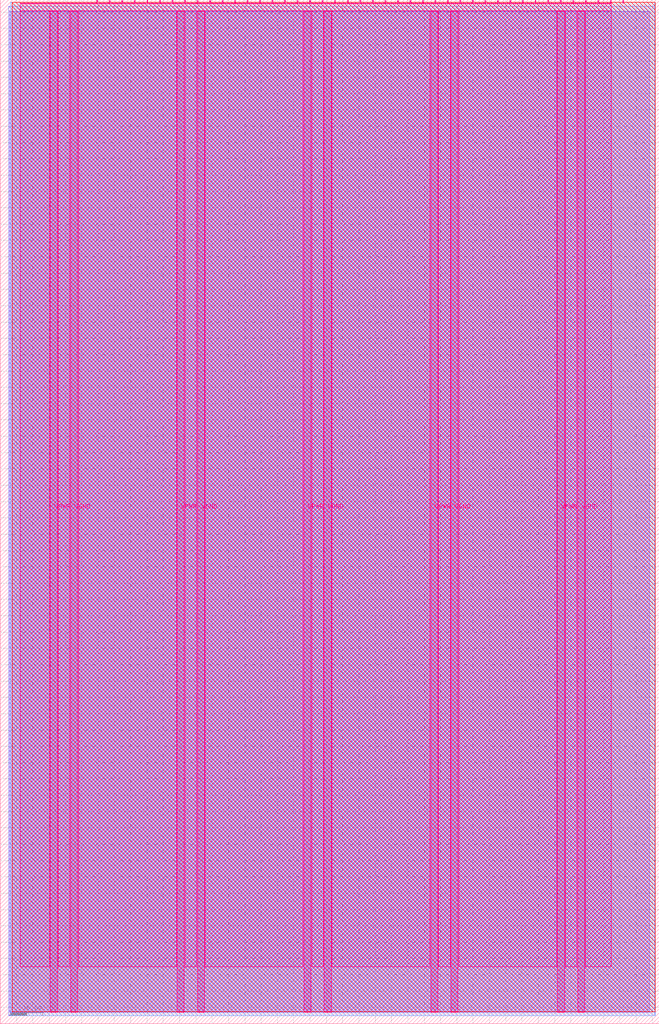
<source format=lef>
VERSION 5.7 ;
  NOWIREEXTENSIONATPIN ON ;
  DIVIDERCHAR "/" ;
  BUSBITCHARS "[]" ;
MACRO tt_um_gfcwfzkm_scope_bfh_mht1_3
  CLASS BLOCK ;
  FOREIGN tt_um_gfcwfzkm_scope_bfh_mht1_3 ;
  ORIGIN 0.000 0.000 ;
  SIZE 202.080 BY 313.740 ;
  PIN VGND
    DIRECTION INOUT ;
    USE GROUND ;
    PORT
      LAYER Metal5 ;
        RECT 21.580 3.560 23.780 310.180 ;
    END
    PORT
      LAYER Metal5 ;
        RECT 60.450 3.560 62.650 310.180 ;
    END
    PORT
      LAYER Metal5 ;
        RECT 99.320 3.560 101.520 310.180 ;
    END
    PORT
      LAYER Metal5 ;
        RECT 138.190 3.560 140.390 310.180 ;
    END
    PORT
      LAYER Metal5 ;
        RECT 177.060 3.560 179.260 310.180 ;
    END
  END VGND
  PIN VPWR
    DIRECTION INOUT ;
    USE POWER ;
    PORT
      LAYER Metal5 ;
        RECT 15.380 3.560 17.580 310.180 ;
    END
    PORT
      LAYER Metal5 ;
        RECT 54.250 3.560 56.450 310.180 ;
    END
    PORT
      LAYER Metal5 ;
        RECT 93.120 3.560 95.320 310.180 ;
    END
    PORT
      LAYER Metal5 ;
        RECT 131.990 3.560 134.190 310.180 ;
    END
    PORT
      LAYER Metal5 ;
        RECT 170.860 3.560 173.060 310.180 ;
    END
  END VPWR
  PIN clk
    DIRECTION INPUT ;
    USE SIGNAL ;
    ANTENNAGATEAREA 52.659100 ;
    PORT
      LAYER Metal5 ;
        RECT 187.050 312.740 187.350 313.740 ;
    END
  END clk
  PIN ena
    DIRECTION INPUT ;
    USE SIGNAL ;
    PORT
      LAYER Metal5 ;
        RECT 190.890 312.740 191.190 313.740 ;
    END
  END ena
  PIN rst_n
    DIRECTION INPUT ;
    USE SIGNAL ;
    ANTENNAGATEAREA 0.314600 ;
    PORT
      LAYER Metal5 ;
        RECT 183.210 312.740 183.510 313.740 ;
    END
  END rst_n
  PIN ui_in[0]
    DIRECTION INPUT ;
    USE SIGNAL ;
    ANTENNAGATEAREA 0.180700 ;
    PORT
      LAYER Metal5 ;
        RECT 179.370 312.740 179.670 313.740 ;
    END
  END ui_in[0]
  PIN ui_in[1]
    DIRECTION INPUT ;
    USE SIGNAL ;
    ANTENNAGATEAREA 0.180700 ;
    PORT
      LAYER Metal5 ;
        RECT 175.530 312.740 175.830 313.740 ;
    END
  END ui_in[1]
  PIN ui_in[2]
    DIRECTION INPUT ;
    USE SIGNAL ;
    ANTENNAGATEAREA 0.180700 ;
    PORT
      LAYER Metal5 ;
        RECT 171.690 312.740 171.990 313.740 ;
    END
  END ui_in[2]
  PIN ui_in[3]
    DIRECTION INPUT ;
    USE SIGNAL ;
    ANTENNAGATEAREA 0.180700 ;
    PORT
      LAYER Metal5 ;
        RECT 167.850 312.740 168.150 313.740 ;
    END
  END ui_in[3]
  PIN ui_in[4]
    DIRECTION INPUT ;
    USE SIGNAL ;
    ANTENNAGATEAREA 0.180700 ;
    PORT
      LAYER Metal5 ;
        RECT 164.010 312.740 164.310 313.740 ;
    END
  END ui_in[4]
  PIN ui_in[5]
    DIRECTION INPUT ;
    USE SIGNAL ;
    ANTENNAGATEAREA 0.180700 ;
    PORT
      LAYER Metal5 ;
        RECT 160.170 312.740 160.470 313.740 ;
    END
  END ui_in[5]
  PIN ui_in[6]
    DIRECTION INPUT ;
    USE SIGNAL ;
    ANTENNAGATEAREA 0.180700 ;
    PORT
      LAYER Metal5 ;
        RECT 156.330 312.740 156.630 313.740 ;
    END
  END ui_in[6]
  PIN ui_in[7]
    DIRECTION INPUT ;
    USE SIGNAL ;
    ANTENNAGATEAREA 0.180700 ;
    PORT
      LAYER Metal5 ;
        RECT 152.490 312.740 152.790 313.740 ;
    END
  END ui_in[7]
  PIN uio_in[0]
    DIRECTION INPUT ;
    USE SIGNAL ;
    PORT
      LAYER Metal5 ;
        RECT 148.650 312.740 148.950 313.740 ;
    END
  END uio_in[0]
  PIN uio_in[1]
    DIRECTION INPUT ;
    USE SIGNAL ;
    PORT
      LAYER Metal5 ;
        RECT 144.810 312.740 145.110 313.740 ;
    END
  END uio_in[1]
  PIN uio_in[2]
    DIRECTION INPUT ;
    USE SIGNAL ;
    PORT
      LAYER Metal5 ;
        RECT 140.970 312.740 141.270 313.740 ;
    END
  END uio_in[2]
  PIN uio_in[3]
    DIRECTION INPUT ;
    USE SIGNAL ;
    PORT
      LAYER Metal5 ;
        RECT 137.130 312.740 137.430 313.740 ;
    END
  END uio_in[3]
  PIN uio_in[4]
    DIRECTION INPUT ;
    USE SIGNAL ;
    PORT
      LAYER Metal5 ;
        RECT 133.290 312.740 133.590 313.740 ;
    END
  END uio_in[4]
  PIN uio_in[5]
    DIRECTION INPUT ;
    USE SIGNAL ;
    PORT
      LAYER Metal5 ;
        RECT 129.450 312.740 129.750 313.740 ;
    END
  END uio_in[5]
  PIN uio_in[6]
    DIRECTION INPUT ;
    USE SIGNAL ;
    PORT
      LAYER Metal5 ;
        RECT 125.610 312.740 125.910 313.740 ;
    END
  END uio_in[6]
  PIN uio_in[7]
    DIRECTION INPUT ;
    USE SIGNAL ;
    PORT
      LAYER Metal5 ;
        RECT 121.770 312.740 122.070 313.740 ;
    END
  END uio_in[7]
  PIN uio_oe[0]
    DIRECTION OUTPUT ;
    USE SIGNAL ;
    ANTENNADIFFAREA 0.392700 ;
    PORT
      LAYER Metal5 ;
        RECT 56.490 312.740 56.790 313.740 ;
    END
  END uio_oe[0]
  PIN uio_oe[1]
    DIRECTION OUTPUT ;
    USE SIGNAL ;
    ANTENNADIFFAREA 0.392700 ;
    PORT
      LAYER Metal5 ;
        RECT 52.650 312.740 52.950 313.740 ;
    END
  END uio_oe[1]
  PIN uio_oe[2]
    DIRECTION OUTPUT ;
    USE SIGNAL ;
    ANTENNADIFFAREA 0.392700 ;
    PORT
      LAYER Metal5 ;
        RECT 48.810 312.740 49.110 313.740 ;
    END
  END uio_oe[2]
  PIN uio_oe[3]
    DIRECTION OUTPUT ;
    USE SIGNAL ;
    ANTENNADIFFAREA 0.392700 ;
    PORT
      LAYER Metal5 ;
        RECT 44.970 312.740 45.270 313.740 ;
    END
  END uio_oe[3]
  PIN uio_oe[4]
    DIRECTION OUTPUT ;
    USE SIGNAL ;
    ANTENNADIFFAREA 0.392700 ;
    PORT
      LAYER Metal5 ;
        RECT 41.130 312.740 41.430 313.740 ;
    END
  END uio_oe[4]
  PIN uio_oe[5]
    DIRECTION OUTPUT ;
    USE SIGNAL ;
    ANTENNADIFFAREA 0.392700 ;
    PORT
      LAYER Metal5 ;
        RECT 37.290 312.740 37.590 313.740 ;
    END
  END uio_oe[5]
  PIN uio_oe[6]
    DIRECTION OUTPUT ;
    USE SIGNAL ;
    ANTENNADIFFAREA 0.392700 ;
    PORT
      LAYER Metal5 ;
        RECT 33.450 312.740 33.750 313.740 ;
    END
  END uio_oe[6]
  PIN uio_oe[7]
    DIRECTION OUTPUT ;
    USE SIGNAL ;
    ANTENNADIFFAREA 0.392700 ;
    PORT
      LAYER Metal5 ;
        RECT 29.610 312.740 29.910 313.740 ;
    END
  END uio_oe[7]
  PIN uio_out[0]
    DIRECTION OUTPUT ;
    USE SIGNAL ;
    ANTENNADIFFAREA 0.654800 ;
    PORT
      LAYER Metal5 ;
        RECT 87.210 312.740 87.510 313.740 ;
    END
  END uio_out[0]
  PIN uio_out[1]
    DIRECTION OUTPUT ;
    USE SIGNAL ;
    ANTENNADIFFAREA 0.654800 ;
    PORT
      LAYER Metal5 ;
        RECT 83.370 312.740 83.670 313.740 ;
    END
  END uio_out[1]
  PIN uio_out[2]
    DIRECTION OUTPUT ;
    USE SIGNAL ;
    ANTENNADIFFAREA 0.654800 ;
    PORT
      LAYER Metal5 ;
        RECT 79.530 312.740 79.830 313.740 ;
    END
  END uio_out[2]
  PIN uio_out[3]
    DIRECTION OUTPUT ;
    USE SIGNAL ;
    ANTENNADIFFAREA 0.654800 ;
    PORT
      LAYER Metal5 ;
        RECT 75.690 312.740 75.990 313.740 ;
    END
  END uio_out[3]
  PIN uio_out[4]
    DIRECTION OUTPUT ;
    USE SIGNAL ;
    ANTENNADIFFAREA 0.654800 ;
    PORT
      LAYER Metal5 ;
        RECT 71.850 312.740 72.150 313.740 ;
    END
  END uio_out[4]
  PIN uio_out[5]
    DIRECTION OUTPUT ;
    USE SIGNAL ;
    ANTENNADIFFAREA 0.654800 ;
    PORT
      LAYER Metal5 ;
        RECT 68.010 312.740 68.310 313.740 ;
    END
  END uio_out[5]
  PIN uio_out[6]
    DIRECTION OUTPUT ;
    USE SIGNAL ;
    ANTENNADIFFAREA 0.706800 ;
    PORT
      LAYER Metal5 ;
        RECT 64.170 312.740 64.470 313.740 ;
    END
  END uio_out[6]
  PIN uio_out[7]
    DIRECTION OUTPUT ;
    USE SIGNAL ;
    ANTENNADIFFAREA 0.654800 ;
    PORT
      LAYER Metal5 ;
        RECT 60.330 312.740 60.630 313.740 ;
    END
  END uio_out[7]
  PIN uo_out[0]
    DIRECTION OUTPUT ;
    USE SIGNAL ;
    ANTENNADIFFAREA 1.413600 ;
    PORT
      LAYER Metal5 ;
        RECT 117.930 312.740 118.230 313.740 ;
    END
  END uo_out[0]
  PIN uo_out[1]
    DIRECTION OUTPUT ;
    USE SIGNAL ;
    ANTENNADIFFAREA 0.654800 ;
    PORT
      LAYER Metal5 ;
        RECT 114.090 312.740 114.390 313.740 ;
    END
  END uo_out[1]
  PIN uo_out[2]
    DIRECTION OUTPUT ;
    USE SIGNAL ;
    ANTENNADIFFAREA 0.706800 ;
    PORT
      LAYER Metal5 ;
        RECT 110.250 312.740 110.550 313.740 ;
    END
  END uo_out[2]
  PIN uo_out[3]
    DIRECTION OUTPUT ;
    USE SIGNAL ;
    ANTENNADIFFAREA 1.413600 ;
    PORT
      LAYER Metal5 ;
        RECT 106.410 312.740 106.710 313.740 ;
    END
  END uo_out[3]
  PIN uo_out[4]
    DIRECTION OUTPUT ;
    USE SIGNAL ;
    ANTENNADIFFAREA 1.413600 ;
    PORT
      LAYER Metal5 ;
        RECT 102.570 312.740 102.870 313.740 ;
    END
  END uo_out[4]
  PIN uo_out[5]
    DIRECTION OUTPUT ;
    USE SIGNAL ;
    ANTENNADIFFAREA 1.413600 ;
    PORT
      LAYER Metal5 ;
        RECT 98.730 312.740 99.030 313.740 ;
    END
  END uo_out[5]
  PIN uo_out[6]
    DIRECTION OUTPUT ;
    USE SIGNAL ;
    ANTENNADIFFAREA 1.413600 ;
    PORT
      LAYER Metal5 ;
        RECT 94.890 312.740 95.190 313.740 ;
    END
  END uo_out[6]
  PIN uo_out[7]
    DIRECTION OUTPUT ;
    USE SIGNAL ;
    ANTENNADIFFAREA 1.413600 ;
    PORT
      LAYER Metal5 ;
        RECT 91.050 312.740 91.350 313.740 ;
    END
  END uo_out[7]
  OBS
      LAYER GatPoly ;
        RECT 2.880 3.630 199.200 310.110 ;
      LAYER Metal1 ;
        RECT 2.880 3.560 199.200 310.180 ;
      LAYER Metal2 ;
        RECT 2.605 2.420 200.785 311.740 ;
      LAYER Metal3 ;
        RECT 3.260 2.375 200.740 313.045 ;
      LAYER Metal4 ;
        RECT 3.695 3.680 200.785 313.000 ;
      LAYER Metal5 ;
        RECT 6.140 312.530 29.400 312.740 ;
        RECT 30.120 312.530 33.240 312.740 ;
        RECT 33.960 312.530 37.080 312.740 ;
        RECT 37.800 312.530 40.920 312.740 ;
        RECT 41.640 312.530 44.760 312.740 ;
        RECT 45.480 312.530 48.600 312.740 ;
        RECT 49.320 312.530 52.440 312.740 ;
        RECT 53.160 312.530 56.280 312.740 ;
        RECT 57.000 312.530 60.120 312.740 ;
        RECT 60.840 312.530 63.960 312.740 ;
        RECT 64.680 312.530 67.800 312.740 ;
        RECT 68.520 312.530 71.640 312.740 ;
        RECT 72.360 312.530 75.480 312.740 ;
        RECT 76.200 312.530 79.320 312.740 ;
        RECT 80.040 312.530 83.160 312.740 ;
        RECT 83.880 312.530 87.000 312.740 ;
        RECT 87.720 312.530 90.840 312.740 ;
        RECT 91.560 312.530 94.680 312.740 ;
        RECT 95.400 312.530 98.520 312.740 ;
        RECT 99.240 312.530 102.360 312.740 ;
        RECT 103.080 312.530 106.200 312.740 ;
        RECT 106.920 312.530 110.040 312.740 ;
        RECT 110.760 312.530 113.880 312.740 ;
        RECT 114.600 312.530 117.720 312.740 ;
        RECT 118.440 312.530 121.560 312.740 ;
        RECT 122.280 312.530 125.400 312.740 ;
        RECT 126.120 312.530 129.240 312.740 ;
        RECT 129.960 312.530 133.080 312.740 ;
        RECT 133.800 312.530 136.920 312.740 ;
        RECT 137.640 312.530 140.760 312.740 ;
        RECT 141.480 312.530 144.600 312.740 ;
        RECT 145.320 312.530 148.440 312.740 ;
        RECT 149.160 312.530 152.280 312.740 ;
        RECT 153.000 312.530 156.120 312.740 ;
        RECT 156.840 312.530 159.960 312.740 ;
        RECT 160.680 312.530 163.800 312.740 ;
        RECT 164.520 312.530 167.640 312.740 ;
        RECT 168.360 312.530 171.480 312.740 ;
        RECT 172.200 312.530 175.320 312.740 ;
        RECT 176.040 312.530 179.160 312.740 ;
        RECT 179.880 312.530 183.000 312.740 ;
        RECT 183.720 312.530 186.840 312.740 ;
        RECT 6.140 310.390 187.300 312.530 ;
        RECT 6.140 17.495 15.170 310.390 ;
        RECT 17.790 17.495 21.370 310.390 ;
        RECT 23.990 17.495 54.040 310.390 ;
        RECT 56.660 17.495 60.240 310.390 ;
        RECT 62.860 17.495 92.910 310.390 ;
        RECT 95.530 17.495 99.110 310.390 ;
        RECT 101.730 17.495 131.780 310.390 ;
        RECT 134.400 17.495 137.980 310.390 ;
        RECT 140.600 17.495 170.650 310.390 ;
        RECT 173.270 17.495 176.850 310.390 ;
        RECT 179.470 17.495 187.300 310.390 ;
  END
END tt_um_gfcwfzkm_scope_bfh_mht1_3
END LIBRARY


</source>
